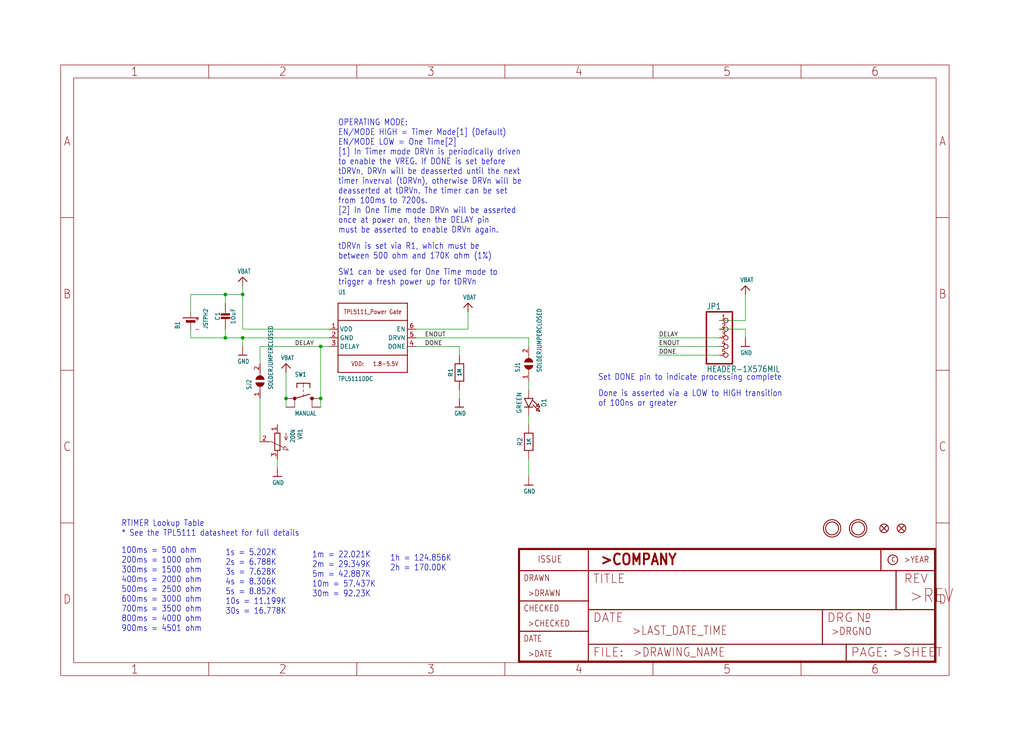
<source format=kicad_sch>
(kicad_sch (version 20211123) (generator eeschema)
  (paper "User" 300.076 217.881)
  (lib_symbols
    (symbol "eagleSchem-eagle-import:BATTERY"
      (property "Reference" "B" (at -2.54 3.175 0))
      (property "Value" "BATTERY" (at -2.54 -5.08 0))
      (symbol "BATTERY_1_0"
        (polyline (pts (xy -2.54 0) (xy -0.635 0)) (stroke (width 0.1524)))
        (polyline (pts (xy -0.508 -1.27) (xy -0.508 1.27)) (stroke (width 0.254)))
        (polyline (pts (xy -0.508 1.27) (xy -0.254 1.27)) (stroke (width 0.254)))
        (polyline (pts (xy -0.254 -1.27) (xy -0.508 -1.27)) (stroke (width 0.254)))
        (polyline (pts (xy -0.254 1.27) (xy -0.254 -1.27)) (stroke (width 0.254)))
        (polyline (pts (xy -0.254 1.27) (xy 0 1.27)) (stroke (width 0.254)))
        (polyline (pts (xy 0 -1.27) (xy -0.254 -1.27)) (stroke (width 0.254)))
        (polyline (pts (xy 0 1.27) (xy 0 -1.27)) (stroke (width 0.254)))
        (polyline (pts (xy 0.762 2.286) (xy 0.762 -2.286)) (stroke (width 0.254)))
        (polyline (pts (xy 0.889 0) (xy 2.54 0)) (stroke (width 0.1524)))
        (text "+" (at 1.27 -1.143 900) (effects (font (size 1.27 1.0795)) (justify right top)))
        (text "-" (at -1.778 -1.143 900) (effects (font (size 1.27 1.0795)) (justify right top)))
        (pin passive line (at -2.54 0 0) (length 0) (name "-") (number "1"))
        (pin passive line (at 2.54 0 180) (length 0) (name "+") (number "2"))
      )
    )
    (symbol "eagleSchem-eagle-import:CAP_CERAMIC0805-NOOUTLINE"
      (property "Reference" "C" (at -2.29 1.25 90))
      (property "Value" "CAP_CERAMIC0805-NOOUTLINE" (at 2.3 1.25 90))
      (symbol "CAP_CERAMIC0805-NOOUTLINE_1_0"
        (rectangle (start -1.27 0.508) (end 1.27 1.016) (fill (type outline)))
        (rectangle (start -1.27 1.524) (end 1.27 2.032) (fill (type outline)))
        (polyline (pts (xy 0 0.762) (xy 0 0)) (stroke (width 0.1524)))
        (polyline (pts (xy 0 2.54) (xy 0 1.778)) (stroke (width 0.1524)))
        (pin passive line (at 0 5.08 270) (length 2.54) (name "1") (number "1"))
        (pin passive line (at 0 -2.54 90) (length 2.54) (name "2") (number "2"))
      )
    )
    (symbol "eagleSchem-eagle-import:FIDUCIAL_1MM"
      (symbol "FIDUCIAL_1MM_1_0"
        (polyline (pts (xy -0.762 0.762) (xy 0.762 -0.762)) (stroke (width 0.254)))
        (polyline (pts (xy 0.762 0.762) (xy -0.762 -0.762)) (stroke (width 0.254)))
        (circle (center 0 0) (radius 1.27) (stroke (width 0.254)))
      )
    )
    (symbol "eagleSchem-eagle-import:FRAME_A4"
      (symbol "FRAME_A4_1_0"
        (polyline (pts (xy 0 44.7675) (xy 3.81 44.7675)))
        (polyline (pts (xy 0 89.535) (xy 3.81 89.535)))
        (polyline (pts (xy 0 134.3025) (xy 3.81 134.3025)))
        (polyline (pts (xy 3.81 3.81) (xy 3.81 175.26)))
        (polyline (pts (xy 43.3917 0) (xy 43.3917 3.81)))
        (polyline (pts (xy 43.3917 175.26) (xy 43.3917 179.07)))
        (polyline (pts (xy 86.7833 0) (xy 86.7833 3.81)))
        (polyline (pts (xy 86.7833 175.26) (xy 86.7833 179.07)))
        (polyline (pts (xy 130.175 0) (xy 130.175 3.81)))
        (polyline (pts (xy 130.175 175.26) (xy 130.175 179.07)))
        (polyline (pts (xy 173.5667 0) (xy 173.5667 3.81)))
        (polyline (pts (xy 173.5667 175.26) (xy 173.5667 179.07)))
        (polyline (pts (xy 216.9583 0) (xy 216.9583 3.81)))
        (polyline (pts (xy 216.9583 175.26) (xy 216.9583 179.07)))
        (polyline (pts (xy 256.54 3.81) (xy 3.81 3.81)))
        (polyline (pts (xy 256.54 3.81) (xy 256.54 8.89)) (stroke (width 0.1016)))
        (polyline (pts (xy 256.54 3.81) (xy 256.54 175.26)))
        (polyline (pts (xy 256.54 8.89) (xy 256.54 13.97)) (stroke (width 0.1016)))
        (polyline (pts (xy 256.54 13.97) (xy 256.54 19.05)) (stroke (width 0.1016)))
        (polyline (pts (xy 256.54 19.05) (xy 256.54 36.83)) (stroke (width 0.1016)))
        (polyline (pts (xy 256.54 44.7675) (xy 260.35 44.7675)))
        (polyline (pts (xy 256.54 89.535) (xy 260.35 89.535)))
        (polyline (pts (xy 256.54 134.3025) (xy 260.35 134.3025)))
        (polyline (pts (xy 256.54 175.26) (xy 3.81 175.26)))
        (polyline (pts (xy 0 0) (xy 260.35 0) (xy 260.35 179.07) (xy 0 179.07) (xy 0 0)))
        (text "1" (at 21.6958 1.905 0) (effects (font (size 2.54 2.286))))
        (text "1" (at 21.6958 177.165 0) (effects (font (size 2.54 2.286))))
        (text "2" (at 65.0875 1.905 0) (effects (font (size 2.54 2.286))))
        (text "2" (at 65.0875 177.165 0) (effects (font (size 2.54 2.286))))
        (text "3" (at 108.4792 1.905 0) (effects (font (size 2.54 2.286))))
        (text "3" (at 108.4792 177.165 0) (effects (font (size 2.54 2.286))))
        (text "4" (at 151.8708 1.905 0) (effects (font (size 2.54 2.286))))
        (text "4" (at 151.8708 177.165 0) (effects (font (size 2.54 2.286))))
        (text "5" (at 195.2625 1.905 0) (effects (font (size 2.54 2.286))))
        (text "5" (at 195.2625 177.165 0) (effects (font (size 2.54 2.286))))
        (text "6" (at 238.6542 1.905 0) (effects (font (size 2.54 2.286))))
        (text "6" (at 238.6542 177.165 0) (effects (font (size 2.54 2.286))))
        (text "A" (at 1.905 156.6863 0) (effects (font (size 2.54 2.286))))
        (text "A" (at 258.445 156.6863 0) (effects (font (size 2.54 2.286))))
        (text "B" (at 1.905 111.9188 0) (effects (font (size 2.54 2.286))))
        (text "B" (at 258.445 111.9188 0) (effects (font (size 2.54 2.286))))
        (text "C" (at 1.905 67.1513 0) (effects (font (size 2.54 2.286))))
        (text "C" (at 258.445 67.1513 0) (effects (font (size 2.54 2.286))))
        (text "D" (at 1.905 22.3838 0) (effects (font (size 2.54 2.286))))
        (text "D" (at 258.445 22.3838 0) (effects (font (size 2.54 2.286))))
      )
      (symbol "FRAME_A4_2_0"
        (polyline (pts (xy -0.3048 1.5748) (xy 20.0152 1.5748)) (stroke (width 0.6096)))
        (polyline (pts (xy -0.3048 10.4648) (xy -0.3048 1.5748)) (stroke (width 0.6096)))
        (polyline (pts (xy -0.3048 10.4648) (xy 20.0152 10.4648)) (stroke (width 0.3048)))
        (polyline (pts (xy -0.3048 19.3548) (xy -0.3048 10.4648)) (stroke (width 0.6096)))
        (polyline (pts (xy -0.3048 19.3548) (xy 20.0152 19.3548)) (stroke (width 0.3048)))
        (polyline (pts (xy -0.3048 28.2448) (xy -0.3048 19.3548)) (stroke (width 0.6096)))
        (polyline (pts (xy -0.3048 28.2448) (xy 20.0152 28.2448)) (stroke (width 0.3048)))
        (polyline (pts (xy -0.3048 34.5948) (xy -0.3048 28.2448)) (stroke (width 0.6096)))
        (polyline (pts (xy 20.0152 1.5748) (xy 20.0152 6.6548)) (stroke (width 0.3048)))
        (polyline (pts (xy 20.0152 1.5748) (xy 95.5802 1.5748)) (stroke (width 0.6096)))
        (polyline (pts (xy 20.0152 6.6548) (xy 20.0152 10.4648)) (stroke (width 0.3048)))
        (polyline (pts (xy 20.0152 6.6548) (xy 88.5952 6.6548)) (stroke (width 0.3048)))
        (polyline (pts (xy 20.0152 10.4648) (xy 20.0152 16.8148)) (stroke (width 0.3048)))
        (polyline (pts (xy 20.0152 16.8148) (xy 20.0152 19.3548)) (stroke (width 0.3048)))
        (polyline (pts (xy 20.0152 19.3548) (xy 20.0152 28.2448)) (stroke (width 0.3048)))
        (polyline (pts (xy 20.0152 28.2448) (xy 20.0152 34.5948)) (stroke (width 0.3048)))
        (polyline (pts (xy 20.0152 28.2448) (xy 105.7402 28.2448)) (stroke (width 0.3048)))
        (polyline (pts (xy 20.0152 34.5948) (xy -0.3048 34.5948)) (stroke (width 0.6096)))
        (polyline (pts (xy 88.5952 6.6548) (xy 95.5802 6.6548)) (stroke (width 0.3048)))
        (polyline (pts (xy 88.5952 16.8148) (xy 20.0152 16.8148)) (stroke (width 0.3048)))
        (polyline (pts (xy 88.5952 16.8148) (xy 88.5952 6.6548)) (stroke (width 0.3048)))
        (polyline (pts (xy 95.5802 1.5748) (xy 121.6152 1.5748)) (stroke (width 0.6096)))
        (polyline (pts (xy 95.5802 6.6548) (xy 95.5802 1.5748)) (stroke (width 0.3048)))
        (polyline (pts (xy 95.5802 6.6548) (xy 121.6152 6.6548)) (stroke (width 0.3048)))
        (polyline (pts (xy 101.2952 13.3223) (xy 102.2477 13.3223)) (stroke (width 0.254)))
        (polyline (pts (xy 105.7402 28.2448) (xy 105.7402 34.5948)) (stroke (width 0.3048)))
        (polyline (pts (xy 105.7402 28.2448) (xy 110.1852 28.2448)) (stroke (width 0.3048)))
        (polyline (pts (xy 105.7402 34.5948) (xy 20.0152 34.5948)) (stroke (width 0.6096)))
        (polyline (pts (xy 110.1852 16.8148) (xy 88.5952 16.8148)) (stroke (width 0.3048)))
        (polyline (pts (xy 110.1852 28.2448) (xy 110.1852 16.8148)) (stroke (width 0.3048)))
        (polyline (pts (xy 110.1852 28.2448) (xy 121.6152 28.2448)) (stroke (width 0.3048)))
        (polyline (pts (xy 121.6152 6.6548) (xy 121.6152 1.5748)) (stroke (width 0.6096)))
        (polyline (pts (xy 121.6152 16.8148) (xy 110.1852 16.8148)) (stroke (width 0.3048)))
        (polyline (pts (xy 121.6152 16.8148) (xy 121.6152 6.6548)) (stroke (width 0.6096)))
        (polyline (pts (xy 121.6152 28.2448) (xy 121.6152 16.8148)) (stroke (width 0.6096)))
        (polyline (pts (xy 121.6152 34.5948) (xy 105.7402 34.5948)) (stroke (width 0.6096)))
        (polyline (pts (xy 121.6152 34.5948) (xy 121.6152 28.2448)) (stroke (width 0.6096)))
        (circle (center 109.2327 31.4198) (radius 1.4199) (stroke (width 0.254)))
        (text ">CHECKED" (at 2.2352 11.7348 0) (effects (font (size 1.778 1.5113)) (justify left bottom)))
        (text ">COMPANY" (at 23.349 29.6735 0) (effects (font (size 3.175 2.6987) (thickness 0.5397) bold) (justify left bottom)))
        (text ">DATE" (at 2.2352 2.8448 0) (effects (font (size 1.778 1.5113)) (justify left bottom)))
        (text ">DRAWING_NAME" (at 33.0327 2.8448 0) (effects (font (size 2.54 2.159)) (justify left bottom)))
        (text ">DRAWN" (at 2.2352 20.6248 0) (effects (font (size 1.778 1.5113)) (justify left bottom)))
        (text ">DRGNO" (at 91.1352 9.1948 0) (effects (font (size 2.1844 1.8567)) (justify left bottom)))
        (text ">LAST_DATE_TIME" (at 32.7152 9.1948 0) (effects (font (size 2.54 2.159)) (justify left bottom)))
        (text ">REV" (at 113.9952 18.7198 0) (effects (font (size 3.81 3.2385)) (justify left bottom)))
        (text ">SHEET" (at 108.9152 2.8448 0) (effects (font (size 2.54 2.54)) (justify left bottom)))
        (text ">YEAR" (at 112.4077 30.4673 0) (effects (font (size 1.778 1.5113)) (justify left bottom)))
        (text "C" (at 108.7564 30.7848 0) (effects (font (size 1.27 1.0795)) (justify left bottom)))
        (text "CHECKED" (at 0.9652 16.1798 0) (effects (font (size 1.778 1.5113)) (justify left bottom)))
        (text "DATE" (at 0.9652 7.2898 0) (effects (font (size 1.778 1.5113)) (justify left bottom)))
        (text "DATE" (at 21.2852 13.0048 0) (effects (font (size 2.54 2.54)) (justify left bottom)))
        (text "DRAWN" (at 0.9652 25.0698 0) (effects (font (size 1.778 1.5113)) (justify left bottom)))
        (text "DRG" (at 89.8652 13.0048 0) (effects (font (size 2.54 2.54)) (justify left bottom)))
        (text "FILE:" (at 21.2852 2.8448 0) (effects (font (size 2.54 2.54)) (justify left bottom)))
        (text "ISSUE" (at 5.0927 30.4673 0) (effects (font (size 1.9304 1.6408)) (justify left bottom)))
        (text "N" (at 98.4377 13.0048 0) (effects (font (size 2.54 2.54)) (justify left bottom)))
        (text "o" (at 100.9777 13.9573 0) (effects (font (size 2.1844 1.8567)) (justify left bottom)))
        (text "PAGE:" (at 96.8502 2.8448 0) (effects (font (size 2.54 2.54)) (justify left bottom)))
        (text "REV" (at 112.4077 24.4348 0) (effects (font (size 2.54 2.54)) (justify left bottom)))
        (text "TITLE" (at 21.2852 24.4348 0) (effects (font (size 2.54 2.54)) (justify left bottom)))
      )
    )
    (symbol "eagleSchem-eagle-import:GND" (power)
      (property "Value" "GND" (at -1.524 -2.54 0))
      (symbol "GND_1_0"
        (polyline (pts (xy -1.27 0) (xy 1.27 0)) (stroke (width 0.254)))
        (pin power_in line (at 0 2.54 270) (length 2.54) (name "GND") (number "1"))
      )
    )
    (symbol "eagleSchem-eagle-import:HEADER-1X576MIL"
      (property "Reference" "JP" (at -6.35 8.255 0))
      (property "Value" "HEADER-1X576MIL" (at -6.35 -10.16 0))
      (symbol "HEADER-1X576MIL_1_0"
        (polyline (pts (xy -6.35 -7.62) (xy 1.27 -7.62)) (stroke (width 0.4064)))
        (polyline (pts (xy -6.35 7.62) (xy -6.35 -7.62)) (stroke (width 0.4064)))
        (polyline (pts (xy 1.27 -7.62) (xy 1.27 7.62)) (stroke (width 0.4064)))
        (polyline (pts (xy 1.27 7.62) (xy -6.35 7.62)) (stroke (width 0.4064)))
        (pin passive inverted (at -2.54 5.08 0) (length 2.54) (name "1") (number "1"))
        (pin passive inverted (at -2.54 2.54 0) (length 2.54) (name "2") (number "2"))
        (pin passive inverted (at -2.54 0 0) (length 2.54) (name "3") (number "3"))
        (pin passive inverted (at -2.54 -2.54 0) (length 2.54) (name "4") (number "4"))
        (pin passive inverted (at -2.54 -5.08 0) (length 2.54) (name "5") (number "5"))
      )
    )
    (symbol "eagleSchem-eagle-import:LED0805_NOOUTLINE"
      (property "Reference" "D" (at -1.27 4.445 0))
      (property "Value" "LED0805_NOOUTLINE" (at -1.27 -2.794 0))
      (symbol "LED0805_NOOUTLINE_1_0"
        (polyline (pts (xy -2.54 -1.27) (xy 0 0)) (stroke (width 0.254)))
        (polyline (pts (xy -2.54 1.27) (xy -2.54 -1.27)) (stroke (width 0.254)))
        (polyline (pts (xy -1.905 1.27) (xy -0.635 2.54)) (stroke (width 0.254)))
        (polyline (pts (xy -0.9525 2.8575) (xy -0.3175 2.2225)) (stroke (width 0.254)))
        (polyline (pts (xy -0.635 1.27) (xy 0.635 2.54)) (stroke (width 0.254)))
        (polyline (pts (xy -0.3175 2.2225) (xy 0 3.175)) (stroke (width 0.254)))
        (polyline (pts (xy 0 0) (xy -2.54 1.27)) (stroke (width 0.254)))
        (polyline (pts (xy 0 0) (xy 0 -1.27)) (stroke (width 0.254)))
        (polyline (pts (xy 0 1.27) (xy 0 0)) (stroke (width 0.254)))
        (polyline (pts (xy 0 3.175) (xy -0.9525 2.8575)) (stroke (width 0.254)))
        (polyline (pts (xy 0.3175 2.8575) (xy 0.9525 2.2225)) (stroke (width 0.254)))
        (polyline (pts (xy 0.9525 2.2225) (xy 1.27 3.175)) (stroke (width 0.254)))
        (polyline (pts (xy 1.27 3.175) (xy 0.3175 2.8575)) (stroke (width 0.254)))
        (pin passive line (at -5.08 0 0) (length 2.54) (name "A") (number "A"))
        (pin passive line (at 2.54 0 180) (length 2.54) (name "C") (number "C"))
      )
    )
    (symbol "eagleSchem-eagle-import:MOUNTINGHOLE2.5"
      (symbol "MOUNTINGHOLE2.5_1_0"
        (circle (center 0 0) (radius 1.905) (stroke (width 0.254)))
        (circle (center 0 0) (radius 2.54) (stroke (width 0.254)))
      )
    )
    (symbol "eagleSchem-eagle-import:RESISTOR0805_NOOUTLINE"
      (property "Reference" "R" (at 0 2.54 0))
      (property "Value" "RESISTOR0805_NOOUTLINE" (at 0 0 0))
      (symbol "RESISTOR0805_NOOUTLINE_1_0"
        (polyline (pts (xy -2.54 -1.27) (xy -2.54 1.27)) (stroke (width 0.254)))
        (polyline (pts (xy -2.54 1.27) (xy 2.54 1.27)) (stroke (width 0.254)))
        (polyline (pts (xy 2.54 -1.27) (xy -2.54 -1.27)) (stroke (width 0.254)))
        (polyline (pts (xy 2.54 1.27) (xy 2.54 -1.27)) (stroke (width 0.254)))
        (pin passive line (at -5.08 0 0) (length 2.54) (name "1") (number "1"))
        (pin passive line (at 5.08 0 180) (length 2.54) (name "2") (number "2"))
      )
    )
    (symbol "eagleSchem-eagle-import:SOLDERJUMPERCLOSED"
      (property "Reference" "SJ" (at -2.54 2.54 0))
      (property "Value" "SOLDERJUMPERCLOSED" (at -2.54 -3.81 0))
      (symbol "SOLDERJUMPERCLOSED_1_0"
        (arc (start -0.381 1.2699) (mid -1.6508 0) (end -0.381 -1.2699) (stroke (width 0.0001)) (fill (type outline)))
        (polyline (pts (xy -2.54 0) (xy -1.651 0)) (stroke (width 0.1524)))
        (polyline (pts (xy 2.54 0) (xy 1.651 0)) (stroke (width 0.1524)))
        (arc (start 0.381 -1.2699) (mid 1.6508 0) (end 0.381 1.2699) (stroke (width 0.0001)) (fill (type outline)))
        (pin passive line (at -5.08 0 0) (length 2.54) (name "1") (number "1"))
        (pin passive line (at 5.08 0 180) (length 2.54) (name "2") (number "2"))
      )
    )
    (symbol "eagleSchem-eagle-import:SWITCH_TACT_SMT_EVQQ2_SMALL"
      (property "Reference" "SW" (at -2.54 6.35 0))
      (property "Value" "SWITCH_TACT_SMT_EVQQ2_SMALL" (at -2.54 -5.08 0))
      (symbol "SWITCH_TACT_SMT_EVQQ2_SMALL_1_0"
        (circle (center -2.54 0) (radius 0.127) (stroke (width 0.4064)))
        (polyline (pts (xy -2.54 -2.54) (xy -2.54 0)) (stroke (width 0.1524)))
        (polyline (pts (xy -2.54 0) (xy 1.905 1.27)) (stroke (width 0.254)))
        (polyline (pts (xy -1.905 4.445) (xy -1.905 3.175)) (stroke (width 0.254)))
        (polyline (pts (xy 0 1.27) (xy 0 0.635)) (stroke (width 0.1524)))
        (polyline (pts (xy 0 2.54) (xy 0 1.905)) (stroke (width 0.1524)))
        (polyline (pts (xy 0 4.445) (xy -1.905 4.445)) (stroke (width 0.254)))
        (polyline (pts (xy 0 4.445) (xy 0 3.175)) (stroke (width 0.1524)))
        (polyline (pts (xy 1.905 0) (xy 2.54 0)) (stroke (width 0.254)))
        (polyline (pts (xy 1.905 4.445) (xy 0 4.445)) (stroke (width 0.254)))
        (polyline (pts (xy 1.905 4.445) (xy 1.905 3.175)) (stroke (width 0.254)))
        (polyline (pts (xy 2.54 -2.54) (xy 2.54 0)) (stroke (width 0.1524)))
        (circle (center 2.54 0) (radius 0.127) (stroke (width 0.4064)))
        (pin passive line (at -5.08 0 0) (length 2.54) (name "P") (number "A"))
        (pin passive line (at -5.08 -2.54 0) (length 2.54) (name "P1") (number "A'"))
        (pin passive line (at 5.08 0 180) (length 2.54) (name "S") (number "B"))
        (pin passive line (at 5.08 -2.54 180) (length 2.54) (name "S1") (number "B'"))
      )
    )
    (symbol "eagleSchem-eagle-import:TPL5111"
      (property "Reference" "U" (at -10.16 12.7 0))
      (property "Value" "TPL5111" (at -10.16 -12.7 0))
      (symbol "TPL5111_1_0"
        (polyline (pts (xy -10.16 -10.16) (xy 10.16 -10.16)) (stroke (width 0.254)))
        (polyline (pts (xy -10.16 -5.08) (xy -10.16 -10.16)) (stroke (width 0.254)))
        (polyline (pts (xy -10.16 -5.08) (xy -10.16 5.08)) (stroke (width 0.254)))
        (polyline (pts (xy -10.16 5.08) (xy -10.16 10.16)) (stroke (width 0.254)))
        (polyline (pts (xy -10.16 5.08) (xy 10.16 5.08)) (stroke (width 0.254)))
        (polyline (pts (xy -10.16 10.16) (xy 10.16 10.16)) (stroke (width 0.254)))
        (polyline (pts (xy 10.16 -10.16) (xy 10.16 -5.08)) (stroke (width 0.254)))
        (polyline (pts (xy 10.16 -5.08) (xy -10.16 -5.08)) (stroke (width 0.254)))
        (polyline (pts (xy 10.16 5.08) (xy 10.16 -5.08)) (stroke (width 0.254)))
        (polyline (pts (xy 10.16 10.16) (xy 10.16 5.08)) (stroke (width 0.254)))
        (text "1.8-5.5V" (at 0 -7.62 0) (effects (font (size 1.27 1.0795)) (justify left)))
        (text "TPL5111_Power Gate" (at 0 7.62 0) (effects (font (size 1.27 1.0795))))
        (text "VDD:" (at -2.54 -7.62 0) (effects (font (size 1.27 1.0795)) (justify right)))
        (pin power_in line (at -12.7 2.54 0) (length 2.54) (name "VDD") (number "1"))
        (pin power_in line (at -12.7 0 0) (length 2.54) (name "GND") (number "2"))
        (pin input line (at -12.7 -2.54 0) (length 2.54) (name "DELAY") (number "3"))
        (pin input line (at 12.7 -2.54 180) (length 2.54) (name "DONE") (number "4"))
        (pin output line (at 12.7 0 180) (length 2.54) (name "DRVN") (number "5"))
        (pin input line (at 12.7 2.54 180) (length 2.54) (name "EN") (number "6"))
      )
    )
    (symbol "eagleSchem-eagle-import:TRIMPOTTC33X-2"
      (property "Reference" "VR" (at -5.969 -3.81 90))
      (property "Value" "TRIMPOTTC33X-2" (at -3.81 -3.81 90))
      (symbol "TRIMPOTTC33X-2_1_0"
        (polyline (pts (xy -3.1989 2.4495) (xy -1.7018 2.2352)) (stroke (width 0.1524)))
        (polyline (pts (xy -2.54 -2.54) (xy -2.54 -0.508)) (stroke (width 0.1524)))
        (polyline (pts (xy -2.54 -0.508) (xy -3.048 -1.524)) (stroke (width 0.1524)))
        (polyline (pts (xy -2.54 -0.508) (xy -2.032 -1.524)) (stroke (width 0.1524)))
        (polyline (pts (xy -2.1597 1.2939) (xy -3.1989 2.4495)) (stroke (width 0.1524)))
        (polyline (pts (xy -2.1597 1.2939) (xy -1.7018 2.2352)) (stroke (width 0.1524)))
        (polyline (pts (xy -0.762 -2.54) (xy 0.762 -2.54)) (stroke (width 0.254)))
        (polyline (pts (xy -0.762 2.54) (xy -0.762 -2.54)) (stroke (width 0.254)))
        (polyline (pts (xy 0.762 -2.54) (xy 0.762 2.54)) (stroke (width 0.254)))
        (polyline (pts (xy 0.762 2.54) (xy -0.762 2.54)) (stroke (width 0.254)))
        (polyline (pts (xy 1.651 0) (xy -1.8796 1.7526)) (stroke (width 0.1524)))
        (polyline (pts (xy 2.54 0) (xy 1.651 0)) (stroke (width 0.1524)))
        (pin passive line (at 0 -5.08 90) (length 2.54) (name "A") (number "1"))
        (pin passive line (at 5.08 0 180) (length 2.54) (name "S") (number "2"))
        (pin passive line (at 0 5.08 270) (length 2.54) (name "E") (number "3"))
      )
    )
    (symbol "eagleSchem-eagle-import:VBAT" (power)
      (property "Value" "VBAT" (at -1.524 1.016 0))
      (symbol "VBAT_1_0"
        (polyline (pts (xy -1.27 -1.27) (xy 0 0)) (stroke (width 0.254)))
        (polyline (pts (xy 0 0) (xy 1.27 -1.27)) (stroke (width 0.254)))
        (pin power_in line (at 0 -2.54 90) (length 2.54) (name "VBAT") (number "1"))
      )
    )
  )
  (junction (at 93.98 116.84))
  (junction (at 83.82 116.84))
  (junction (at 71.12 99.06))
  (junction (at 66.04 86.36))
  (junction (at 66.04 99.06))
  (junction (at 71.12 86.36))
  (junction (at 93.98 101.6))
  (wire (pts (xy 93.98 116.84) (xy 93.98 101.6)))
  (wire (pts (xy 66.04 86.36) (xy 55.88 86.36)))
  (wire (pts (xy 210.82 96.52) (xy 218.44 96.52)))
  (wire (pts (xy 218.44 93.98) (xy 218.44 86.36)))
  (wire (pts (xy 154.94 99.06) (xy 121.92 99.06)))
  (wire (pts (xy 55.88 86.36) (xy 55.88 91.44)))
  (wire (pts (xy 83.82 119.38) (xy 83.82 116.84)))
  (wire (pts (xy 96.52 101.6) (xy 93.98 101.6)))
  (wire (pts (xy 154.94 134.62) (xy 154.94 139.7)))
  (wire (pts (xy 134.62 101.6) (xy 121.92 101.6)))
  (wire (pts (xy 137.16 96.52) (xy 137.16 91.44)))
  (wire (pts (xy 210.82 104.14) (xy 193.04 104.14)))
  (wire (pts (xy 71.12 96.52) (xy 71.12 86.36)))
  (wire (pts (xy 210.82 101.6) (xy 193.04 101.6)))
  (wire (pts (xy 210.82 99.06) (xy 193.04 99.06)))
  (wire (pts (xy 81.28 137.16) (xy 81.28 134.62)))
  (wire (pts (xy 66.04 99.06) (xy 55.88 99.06)))
  (wire (pts (xy 71.12 86.36) (xy 66.04 86.36)))
  (wire (pts (xy 93.98 101.6) (xy 76.2 101.6)))
  (wire (pts (xy 71.12 99.06) (xy 71.12 101.6)))
  (wire (pts (xy 154.94 114.3) (xy 154.94 111.76)))
  (wire (pts (xy 93.98 116.84) (xy 93.98 119.38)))
  (wire (pts (xy 154.94 101.6) (xy 154.94 99.06)))
  (wire (pts (xy 134.62 114.3) (xy 134.62 116.84)))
  (wire (pts (xy 154.94 124.46) (xy 154.94 121.92)))
  (wire (pts (xy 66.04 99.06) (xy 66.04 96.52)))
  (wire (pts (xy 210.82 93.98) (xy 218.44 93.98)))
  (wire (pts (xy 71.12 99.06) (xy 66.04 99.06)))
  (wire (pts (xy 134.62 101.6) (xy 134.62 104.14)))
  (wire (pts (xy 218.44 96.52) (xy 218.44 99.06)))
  (wire (pts (xy 76.2 101.6) (xy 76.2 106.68)))
  (wire (pts (xy 66.04 86.36) (xy 66.04 88.9)))
  (wire (pts (xy 96.52 99.06) (xy 71.12 99.06)))
  (wire (pts (xy 96.52 96.52) (xy 71.12 96.52)))
  (wire (pts (xy 121.92 96.52) (xy 137.16 96.52)))
  (wire (pts (xy 55.88 99.06) (xy 55.88 96.52)))
  (wire (pts (xy 76.2 129.54) (xy 76.2 116.84)))
  (wire (pts (xy 71.12 86.36) (xy 71.12 83.82)))
  (wire (pts (xy 83.82 116.84) (xy 83.82 109.22)))
  (text "1m = 22.021K\n2m = 29.349K\n5m = 42.887K\n10m = 57.437K\n30m = 92.23K" (at 91.44 175.26 180) (effects (font (size 1.778 1.5113)) (justify left bottom)))
  (text "100ms = 500 ohm\n200ms = 1000 ohm\n300ms = 1500 ohm\n400ms = 2000 ohm\n500ms = 2500 ohm\n600ms = 3000 ohm\n700ms = 3500 ohm\n800ms = 4000 ohm\n900ms = 4501 ohm" (at 35.56 185.42 180) (effects (font (size 1.778 1.5113)) (justify left bottom)))
  (text "1h = 124.856K\n2h = 170.00K" (at 114.3 167.64 180) (effects (font (size 1.778 1.5113)) (justify left bottom)))
  (text "SW1 can be used for One Time mode to\ntrigger a fresh power up for tDRVn" (at 99.06 83.82 180) (effects (font (size 1.778 1.5113)) (justify left bottom)))
  (text "RTIMER Lookup Table\n* See the TPL5111 datasheet for full details" (at 35.56 157.48 180) (effects (font (size 1.778 1.5113)) (justify left bottom)))
  (text "tDRVn is set via R1, which must be\nbetween 500 ohm and 170K ohm (1%)" (at 99.06 76.2 180) (effects (font (size 1.778 1.5113)) (justify left bottom)))
  (text "Done is asserted via a LOW to HIGH transition\nof 100ns or greater" (at 175.26 119.38 180) (effects (font (size 1.778 1.5113)) (justify left bottom)))
  (text "Set DONE pin to indicate processing complete" (at 175.26 111.76 180) (effects (font (size 1.778 1.5113)) (justify left bottom)))
  (text "1s = 5.202K\n2s = 6.788K\n3s = 7.628K\n4s = 8.306K\n5s = 8.852K\n10s = 11.199K\n30s = 16.778K" (at 66.04 180.34 180) (effects (font (size 1.778 1.5113)) (justify left bottom)))
  (text "OPERATING MODE:\nEN/MODE HIGH = Timer Mode[1] (Default)\nEN/MODE LOW = One Time[2]\n[1] In Timer mode DRVn is periodically driven\nto enable the VREG. If DONE is set before\ntDRVn, DRVn will be deasserted until the next\ntimer inverval (tDRVn), otherwise DRVn will be\ndeasserted at tDRVn. The timer can be set\nfrom 100ms to 7200s.\n[2] In One Time mode DRVn will be asserted\nonce at power on, then the DELAY pin\nmust be asserted to enable DRVn again." (at 99.06 68.58 180) (effects (font (size 1.778 1.5113)) (justify left bottom)))
  (label "ENOUT" (at 193.04 101.6 0) (effects (font (size 1.2446 1.2446))))
  (label "DELAY" (at 86.36 101.6 0) (effects (font (size 1.2446 1.2446))))
  (label "DONE" (at 193.04 104.14 0) (effects (font (size 1.2446 1.2446))))
  (label "DELAY" (at 193.04 99.06 0) (effects (font (size 1.2446 1.2446))))
  (label "DONE" (at 124.46 101.6 0) (effects (font (size 1.2446 1.2446))))
  (label "ENOUT" (at 124.46 99.06 0) (effects (font (size 1.2446 1.2446))))
  (symbol (lib_id "eagleSchem-eagle-import:GND") (at 154.94 142.24 0) (unit 1)
    (property "Reference" "#U$14" (effects hide))
    (property "Value" "GND" (at 153.416 144.78 0) (effects (font (size 1.27 1.0795)) (justify left bottom)))
    (property "Footprint" "eagleSchem:" (effects hide))
  )
  (symbol (lib_id "eagleSchem-eagle-import:SWITCH_TACT_SMT_EVQQ2_SMALL") (at 88.9 116.84 0) (unit 1)
    (property "Reference" "SW1" (at 86.36 110.49 0) (effects (font (size 1.27 1.0795)) (justify left bottom)))
    (property "Value" "MANUAL" (at 86.36 121.92 0) (effects (font (size 1.27 1.0795)) (justify left bottom)))
    (property "Footprint" "eagleSchem:EVQ-Q2_SMALLER" (effects hide))
  )
  (symbol (lib_id "eagleSchem-eagle-import:FIDUCIAL_1MM") (at 264.16 154.94 0) (unit 1)
    (property "Reference" "FID2" (effects hide))
    (property "Value" "FIDUCIAL_1MM" (effects hide))
    (property "Footprint" "eagleSchem:FIDUCIAL_1MM" (effects hide))
  )
  (symbol (lib_id "eagleSchem-eagle-import:GND") (at 134.62 119.38 0) (unit 1)
    (property "Reference" "#U$13" (effects hide))
    (property "Value" "GND" (at 133.096 121.92 0) (effects (font (size 1.27 1.0795)) (justify left bottom)))
    (property "Footprint" "eagleSchem:" (effects hide))
  )
  (symbol (lib_id "eagleSchem-eagle-import:GND") (at 218.44 101.6 0) (unit 1)
    (property "Reference" "#U$2" (effects hide))
    (property "Value" "GND" (at 216.916 104.14 0) (effects (font (size 1.27 1.0795)) (justify left bottom)))
    (property "Footprint" "eagleSchem:" (effects hide))
  )
  (symbol (lib_id "eagleSchem-eagle-import:VBAT") (at 137.16 88.9 0) (unit 1)
    (property "Reference" "#U$4" (effects hide))
    (property "Value" "VBAT" (at 135.636 87.884 0) (effects (font (size 1.27 1.0795)) (justify left bottom)))
    (property "Footprint" "eagleSchem:" (effects hide))
  )
  (symbol (lib_id "eagleSchem-eagle-import:TRIMPOTTC33X-2") (at 81.28 129.54 180) (unit 1)
    (property "Reference" "VR1" (at 87.249 125.73 90) (effects (font (size 1.27 1.0795)) (justify left bottom)))
    (property "Value" "200k" (at 85.09 125.73 90) (effects (font (size 1.27 1.0795)) (justify left bottom)))
    (property "Footprint" "eagleSchem:TRIMPOT_BOURNS_TC33X-2" (effects hide))
  )
  (symbol (lib_id "eagleSchem-eagle-import:VBAT") (at 83.82 106.68 0) (unit 1)
    (property "Reference" "#U$7" (effects hide))
    (property "Value" "VBAT" (at 82.296 105.664 0) (effects (font (size 1.27 1.0795)) (justify left bottom)))
    (property "Footprint" "eagleSchem:" (effects hide))
  )
  (symbol (lib_id "eagleSchem-eagle-import:FIDUCIAL_1MM") (at 259.08 154.94 0) (unit 1)
    (property "Reference" "FID3" (effects hide))
    (property "Value" "FIDUCIAL_1MM" (effects hide))
    (property "Footprint" "eagleSchem:FIDUCIAL_1MM" (effects hide))
  )
  (symbol (lib_id "eagleSchem-eagle-import:LED0805_NOOUTLINE") (at 154.94 119.38 270) (unit 1)
    (property "Reference" "D1" (at 159.385 118.11 0))
    (property "Value" "GREEN" (at 152.146 118.11 0))
    (property "Footprint" "eagleSchem:CHIPLED_0805_NOOUTLINE" (effects hide))
  )
  (symbol (lib_id "eagleSchem-eagle-import:MOUNTINGHOLE2.5") (at 251.46 154.94 0) (unit 1)
    (property "Reference" "U$8" (effects hide))
    (property "Value" "MOUNTINGHOLE2.5" (effects hide))
    (property "Footprint" "eagleSchem:MOUNTINGHOLE_2.5_PLATED" (effects hide))
  )
  (symbol (lib_id "eagleSchem-eagle-import:CAP_CERAMIC0805-NOOUTLINE") (at 66.04 93.98 0) (unit 1)
    (property "Reference" "C1" (at 63.75 92.73 90))
    (property "Value" "10uF" (at 68.34 92.73 90))
    (property "Footprint" "eagleSchem:0805-NO" (effects hide))
  )
  (symbol (lib_id "eagleSchem-eagle-import:VBAT") (at 71.12 81.28 0) (unit 1)
    (property "Reference" "#U$5" (effects hide))
    (property "Value" "VBAT" (at 69.596 80.264 0) (effects (font (size 1.27 1.0795)) (justify left bottom)))
    (property "Footprint" "eagleSchem:" (effects hide))
  )
  (symbol (lib_id "eagleSchem-eagle-import:TPL5111") (at 109.22 99.06 0) (unit 1)
    (property "Reference" "U1" (at 99.06 86.36 0) (effects (font (size 1.27 1.0795)) (justify left bottom)))
    (property "Value" "TPL5111DDC" (at 99.06 111.76 0) (effects (font (size 1.27 1.0795)) (justify left bottom)))
    (property "Footprint" "eagleSchem:SOT23-6" (effects hide))
  )
  (symbol (lib_id "eagleSchem-eagle-import:GND") (at 71.12 104.14 0) (unit 1)
    (property "Reference" "#U$6" (effects hide))
    (property "Value" "GND" (at 69.596 106.68 0) (effects (font (size 1.27 1.0795)) (justify left bottom)))
    (property "Footprint" "eagleSchem:" (effects hide))
  )
  (symbol (lib_id "eagleSchem-eagle-import:FRAME_A4") (at 152.4 195.58 0) (unit 2)
    (property "Reference" "#FRAME1" (effects hide))
    (property "Value" "FRAME_A4" (effects hide))
    (property "Footprint" "eagleSchem:" (effects hide))
  )
  (symbol (lib_id "eagleSchem-eagle-import:HEADER-1X576MIL") (at 213.36 99.06 0) (unit 1)
    (property "Reference" "JP1" (at 207.01 90.805 0) (effects (font (size 1.778 1.5113)) (justify left bottom)))
    (property "Value" "HEADER-1X576MIL" (at 207.01 109.22 0) (effects (font (size 1.778 1.5113)) (justify left bottom)))
    (property "Footprint" "eagleSchem:1X05_ROUND_76" (effects hide))
  )
  (symbol (lib_id "eagleSchem-eagle-import:MOUNTINGHOLE2.5") (at 243.84 154.94 0) (unit 1)
    (property "Reference" "U$9" (effects hide))
    (property "Value" "MOUNTINGHOLE2.5" (effects hide))
    (property "Footprint" "eagleSchem:MOUNTINGHOLE_2.5_PLATED" (effects hide))
  )
  (symbol (lib_id "eagleSchem-eagle-import:SOLDERJUMPERCLOSED") (at 76.2 111.76 90) (unit 1)
    (property "Reference" "SJ2" (at 73.66 114.3 0) (effects (font (size 1.27 1.0795)) (justify left bottom)))
    (property "Value" "SOLDERJUMPERCLOSED" (at 80.01 114.3 0) (effects (font (size 1.27 1.0795)) (justify left bottom)))
    (property "Footprint" "eagleSchem:SOLDERJUMPER_CLOSEDWIRE" (effects hide))
  )
  (symbol (lib_id "eagleSchem-eagle-import:BATTERY") (at 55.88 93.98 90) (unit 1)
    (property "Reference" "B1" (at 52.705 96.52 0) (effects (font (size 1.27 1.0795)) (justify left bottom)))
    (property "Value" "JSTPH2" (at 60.96 96.52 0) (effects (font (size 1.27 1.0795)) (justify left bottom)))
    (property "Footprint" "eagleSchem:JSTPH2" (effects hide))
  )
  (symbol (lib_id "eagleSchem-eagle-import:RESISTOR0805_NOOUTLINE") (at 154.94 129.54 90) (unit 1)
    (property "Reference" "R2" (at 152.4 129.54 0))
    (property "Value" "1K" (at 154.94 129.54 0) (effects (font (size 1.016 1.016) bold)))
    (property "Footprint" "eagleSchem:0805-NO" (effects hide))
  )
  (symbol (lib_id "eagleSchem-eagle-import:GND") (at 81.28 139.7 0) (unit 1)
    (property "Reference" "#U$3" (effects hide))
    (property "Value" "GND" (at 79.756 142.24 0) (effects (font (size 1.27 1.0795)) (justify left bottom)))
    (property "Footprint" "eagleSchem:" (effects hide))
  )
  (symbol (lib_id "eagleSchem-eagle-import:VBAT") (at 218.44 83.82 0) (unit 1)
    (property "Reference" "#U$1" (effects hide))
    (property "Value" "VBAT" (at 216.916 82.804 0) (effects (font (size 1.27 1.0795)) (justify left bottom)))
    (property "Footprint" "eagleSchem:" (effects hide))
  )
  (symbol (lib_id "eagleSchem-eagle-import:SOLDERJUMPERCLOSED") (at 154.94 106.68 90) (unit 1)
    (property "Reference" "SJ1" (at 152.4 109.22 0) (effects (font (size 1.27 1.0795)) (justify left bottom)))
    (property "Value" "SOLDERJUMPERCLOSED" (at 158.75 109.22 0) (effects (font (size 1.27 1.0795)) (justify left bottom)))
    (property "Footprint" "eagleSchem:SOLDERJUMPER_CLOSEDWIRE" (effects hide))
  )
  (symbol (lib_id "eagleSchem-eagle-import:FRAME_A4") (at 17.78 198.12 0) (unit 1)
    (property "Reference" "#FRAME1" (effects hide))
    (property "Value" "FRAME_A4" (effects hide))
    (property "Footprint" "eagleSchem:" (effects hide))
  )
  (symbol (lib_id "eagleSchem-eagle-import:RESISTOR0805_NOOUTLINE") (at 134.62 109.22 90) (unit 1)
    (property "Reference" "R1" (at 132.08 109.22 0))
    (property "Value" "1M" (at 134.62 109.22 0) (effects (font (size 1.016 1.016) bold)))
    (property "Footprint" "eagleSchem:0805-NO" (effects hide))
  )
)
</source>
